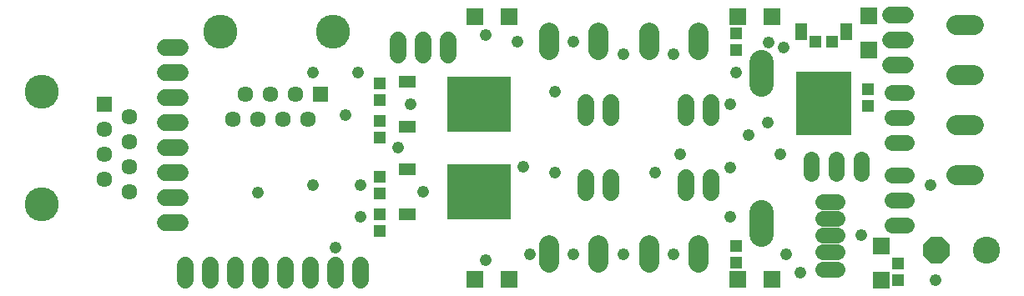
<source format=gts>
G75*
%MOIN*%
%OFA0B0*%
%FSLAX24Y24*%
%IPPOS*%
%LPD*%
%AMOC8*
5,1,8,0,0,1.08239X$1,22.5*
%
%ADD10C,0.1080*%
%ADD11OC8,0.1080*%
%ADD12C,0.0965*%
%ADD13C,0.0640*%
%ADD14C,0.0680*%
%ADD15R,0.0671X0.0671*%
%ADD16R,0.0513X0.0474*%
%ADD17R,0.2521X0.2206*%
%ADD18R,0.0710X0.0474*%
%ADD19C,0.0634*%
%ADD20R,0.0634X0.0634*%
%ADD21C,0.1360*%
%ADD22C,0.0785*%
%ADD23C,0.0634*%
%ADD24R,0.2206X0.2521*%
%ADD25R,0.0474X0.0710*%
%ADD26C,0.0476*%
D10*
X040954Y002283D03*
D11*
X038954Y002283D03*
D12*
X031954Y002941D02*
X031954Y003826D01*
X031954Y008941D02*
X031954Y009826D01*
D13*
X037174Y008583D02*
X037734Y008583D01*
X037734Y007583D02*
X037174Y007583D01*
X037174Y006583D02*
X037734Y006583D01*
X035954Y005913D02*
X035954Y005353D01*
X034954Y005353D02*
X034954Y005913D01*
X033954Y005913D02*
X033954Y005353D01*
X037174Y005283D02*
X037734Y005283D01*
X037734Y004283D02*
X037174Y004283D01*
X037174Y003283D02*
X037734Y003283D01*
D14*
X008954Y001683D02*
X008954Y001083D01*
X009954Y001083D02*
X009954Y001683D01*
X010954Y001683D02*
X010954Y001083D01*
X011954Y001083D02*
X011954Y001683D01*
X012954Y001683D02*
X012954Y001083D01*
X013954Y001083D02*
X013954Y001683D01*
X014954Y001683D02*
X014954Y001083D01*
X015954Y001083D02*
X015954Y001683D01*
X008754Y003383D02*
X008154Y003383D01*
X008154Y004383D02*
X008754Y004383D01*
X008754Y005383D02*
X008154Y005383D01*
X008154Y006383D02*
X008754Y006383D01*
X008754Y007383D02*
X008154Y007383D01*
X008154Y008383D02*
X008754Y008383D01*
X008754Y009383D02*
X008154Y009383D01*
X008154Y010383D02*
X008754Y010383D01*
X017454Y010083D02*
X017454Y010683D01*
X018454Y010683D02*
X018454Y010083D01*
X019454Y010083D02*
X019454Y010683D01*
X024954Y008183D02*
X024954Y007583D01*
X025954Y007583D02*
X025954Y008183D01*
X028954Y008183D02*
X028954Y007583D01*
X029954Y007583D02*
X029954Y008183D01*
X037104Y009683D02*
X037704Y009683D01*
X037704Y010683D02*
X037104Y010683D01*
X037104Y011683D02*
X037704Y011683D01*
X029954Y005183D02*
X029954Y004583D01*
X028954Y004583D02*
X028954Y005183D01*
X025954Y005183D02*
X025954Y004583D01*
X024954Y004583D02*
X024954Y005183D01*
D15*
X021893Y001133D03*
X020515Y001133D03*
X031015Y001133D03*
X032393Y001133D03*
X036754Y001094D03*
X036754Y002472D03*
X036254Y010294D03*
X036254Y011672D03*
X032393Y011633D03*
X031015Y011633D03*
X021893Y011633D03*
X020515Y011633D03*
D16*
X016704Y008968D03*
X016704Y008299D03*
X016704Y007468D03*
X016704Y006799D03*
X016704Y005218D03*
X016704Y004549D03*
X016704Y003718D03*
X016704Y003049D03*
X030954Y002468D03*
X030954Y001799D03*
X037404Y001768D03*
X037404Y001099D03*
X036204Y008049D03*
X036204Y008718D03*
X030954Y010299D03*
X030954Y010968D03*
X034119Y010633D03*
X034788Y010633D03*
D17*
X020688Y008133D03*
X020688Y004633D03*
D18*
X017814Y003736D03*
X017814Y005531D03*
X017814Y007236D03*
X017814Y009031D03*
D19*
X013854Y007533D03*
X012854Y007533D03*
X011854Y007533D03*
X010854Y007533D03*
X011354Y008533D03*
X012354Y008533D03*
X013354Y008533D03*
X006704Y007633D03*
X005704Y007133D03*
X006704Y006633D03*
X005704Y006133D03*
X006704Y005633D03*
X005704Y005133D03*
X006704Y004633D03*
D20*
X005704Y008133D03*
X014354Y008533D03*
D21*
X014854Y011033D03*
X010354Y011033D03*
X003204Y008633D03*
X003204Y004133D03*
D22*
X023470Y002486D02*
X023470Y001781D01*
X025438Y001781D02*
X025438Y002486D01*
X027470Y002486D02*
X027470Y001781D01*
X029438Y001781D02*
X029438Y002486D01*
X039751Y005283D02*
X040456Y005283D01*
X040456Y007283D02*
X039751Y007283D01*
X039751Y009283D02*
X040456Y009283D01*
X040456Y011283D02*
X039751Y011283D01*
X029438Y010986D02*
X029438Y010281D01*
X027470Y010281D02*
X027470Y010986D01*
X025438Y010986D02*
X025438Y010281D01*
X023470Y010281D02*
X023470Y010986D01*
D23*
X034427Y004223D02*
X034981Y004223D01*
X034981Y003553D02*
X034427Y003553D01*
X034427Y002883D02*
X034981Y002883D01*
X034981Y002213D02*
X034427Y002213D01*
X034427Y001543D02*
X034981Y001543D01*
D24*
X034454Y008149D03*
D25*
X035351Y011023D03*
X033556Y011023D03*
D26*
X032254Y010583D03*
X032854Y010383D03*
X030954Y009383D03*
X028454Y010133D03*
X026454Y010133D03*
X024454Y010633D03*
X022204Y010633D03*
X020954Y010883D03*
X015854Y009383D03*
X014054Y009383D03*
X017954Y008133D03*
X015354Y007683D03*
X017454Y006383D03*
X015954Y004883D03*
X014054Y004883D03*
X011854Y004583D03*
X015954Y003633D03*
X018454Y004633D03*
X022454Y005633D03*
X023704Y005383D03*
X027704Y005383D03*
X028704Y006133D03*
X030704Y005583D03*
X032704Y006133D03*
X031454Y006883D03*
X032204Y007383D03*
X030704Y008133D03*
X023704Y008633D03*
X030704Y003633D03*
X032954Y002133D03*
X033504Y001383D03*
X035954Y002883D03*
X038904Y001083D03*
X038704Y004883D03*
X028454Y002133D03*
X026454Y002133D03*
X024454Y002133D03*
X022704Y002133D03*
X020954Y001883D03*
X014954Y002383D03*
M02*

</source>
